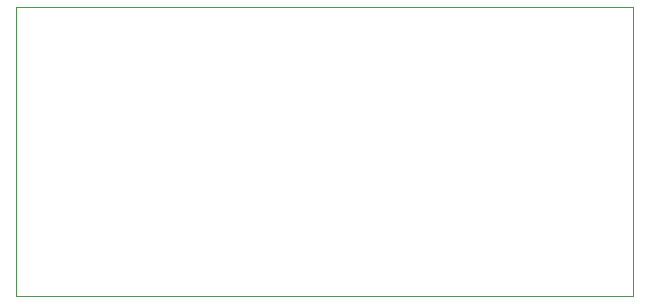
<source format=gm1>
G04 #@! TF.GenerationSoftware,KiCad,Pcbnew,9.0.3*
G04 #@! TF.CreationDate,2025-08-05T23:13:50-05:00*
G04 #@! TF.ProjectId,Battle_Bot_Mind,42617474-6c65-45f4-926f-745f4d696e64,rev?*
G04 #@! TF.SameCoordinates,Original*
G04 #@! TF.FileFunction,Profile,NP*
%FSLAX46Y46*%
G04 Gerber Fmt 4.6, Leading zero omitted, Abs format (unit mm)*
G04 Created by KiCad (PCBNEW 9.0.3) date 2025-08-05 23:13:50*
%MOMM*%
%LPD*%
G01*
G04 APERTURE LIST*
G04 #@! TA.AperFunction,Profile*
%ADD10C,0.050000*%
G04 #@! TD*
G04 APERTURE END LIST*
D10*
X152000000Y-70500000D02*
X99750000Y-70500000D01*
X99750000Y-70500000D02*
X99750000Y-95000000D01*
X152000000Y-70500000D02*
X152000000Y-95000000D01*
X152000000Y-95000000D02*
X99750000Y-95000000D01*
M02*

</source>
